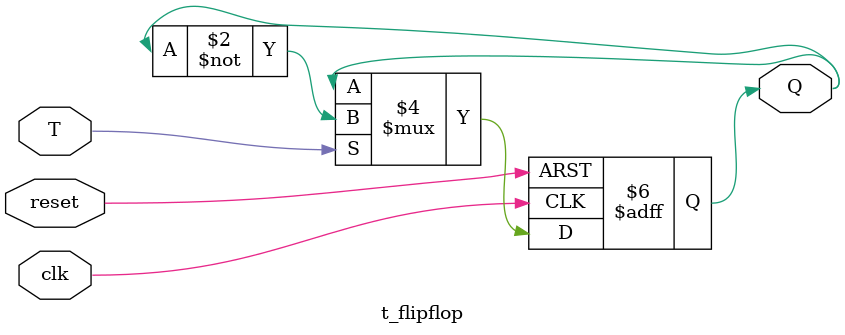
<source format=v>
`timescale 1ns / 1ps


module t_flipflop(
     input T,
    input clk,
    input reset,
    output reg Q
    );
    always @(posedge clk or posedge reset) begin
    if (reset)
        Q <= 1'b0;
    else if (T)
        Q <= ~Q;       
    else
        Q <= Q;        
end

endmodule

</source>
